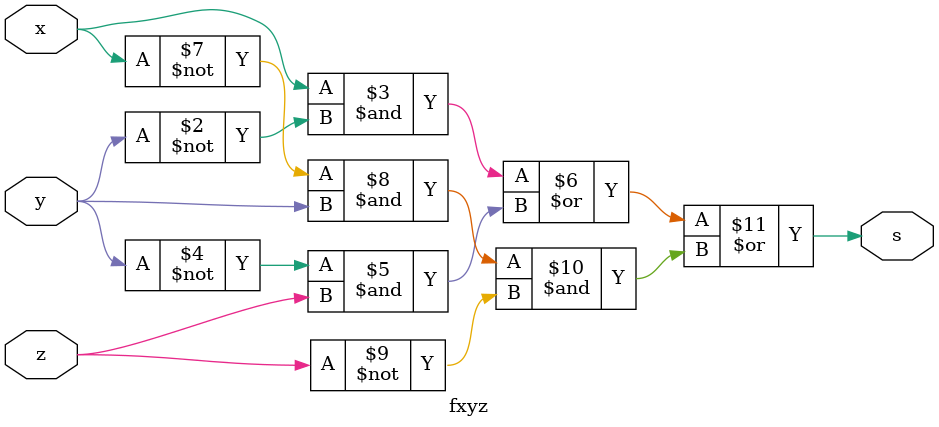
<source format=v>
/*
	Guia_0601d.v
	842536 - Mateus Henrique Medeiros Diniz
*/

module Guia_0601d;
	reg x, y, z;
	wire s;
	reg[2 : 0] m;
	
	fxyz f (s, x, y, z);
	
	initial 
	begin: main
		integer i;
		
		$display("s = (x & ~y) | (~y & z) | (~x & y & ~z)");
		
		$display("m x y z | s");
		$monitor("%d %b %b %b | %b", m, x, y, z, s);
		
		m = 0;
		x = 0;
		y = 0;
		z = 0;
		
		for(i = 0; i < 7; i++) begin
			#1
			z = ~z;
			
			if((i + 1) % 2 == 0) begin
				y = ~y;
			end
			
			if((i + 1) % 4 == 0) begin
				x = ~x;
			end
			
			m++;
		end
	end
endmodule

module fxyz (output s, input x, y, z);
	assign s = (x & ~y) | (~y & z) | (~x & y & ~z);
endmodule
</source>
